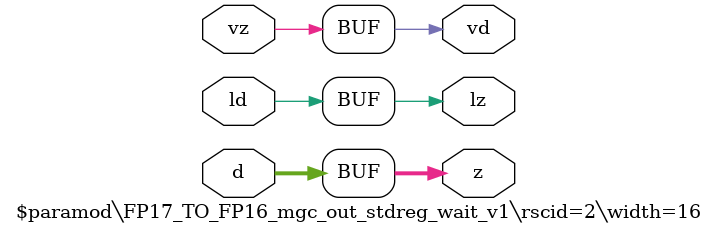
<source format=v>
module \$paramod\FP17_TO_FP16_mgc_out_stdreg_wait_v1\rscid=2\width=16 (ld, vd, d, lz, vz, z);
  (* src = "./vmod/vlibs/HLS_fp17_to_fp16.v:47" *)
  input [15:0] d;
  (* src = "./vmod/vlibs/HLS_fp17_to_fp16.v:45" *)
  input ld;
  (* src = "./vmod/vlibs/HLS_fp17_to_fp16.v:48" *)
  output lz;
  (* src = "./vmod/vlibs/HLS_fp17_to_fp16.v:46" *)
  output vd;
  (* src = "./vmod/vlibs/HLS_fp17_to_fp16.v:49" *)
  input vz;
  (* src = "./vmod/vlibs/HLS_fp17_to_fp16.v:50" *)
  output [15:0] z;
  assign lz = ld;
  assign vd = vz;
  assign z = d;
endmodule

</source>
